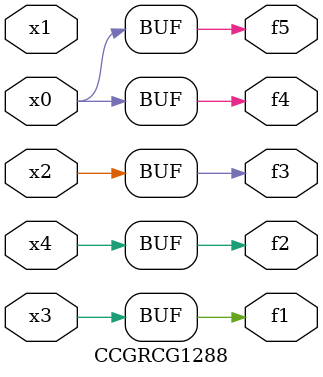
<source format=v>
module CCGRCG1288(
	input x0, x1, x2, x3, x4,
	output f1, f2, f3, f4, f5
);
	assign f1 = x3;
	assign f2 = x4;
	assign f3 = x2;
	assign f4 = x0;
	assign f5 = x0;
endmodule

</source>
